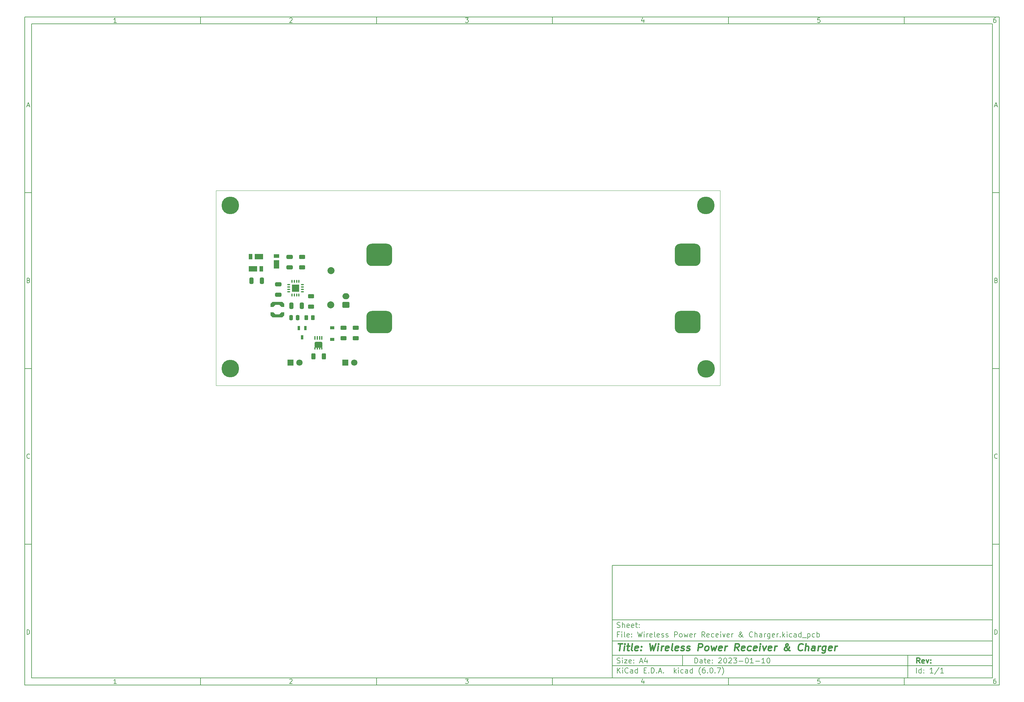
<source format=gbr>
%TF.GenerationSoftware,KiCad,Pcbnew,(6.0.7)*%
%TF.CreationDate,2023-01-12T19:29:26+03:00*%
%TF.ProjectId,Wireless Power Receiver & Charger,57697265-6c65-4737-9320-506f77657220,rev?*%
%TF.SameCoordinates,Original*%
%TF.FileFunction,Soldermask,Top*%
%TF.FilePolarity,Negative*%
%FSLAX46Y46*%
G04 Gerber Fmt 4.6, Leading zero omitted, Abs format (unit mm)*
G04 Created by KiCad (PCBNEW (6.0.7)) date 2023-01-12 19:29:26*
%MOMM*%
%LPD*%
G01*
G04 APERTURE LIST*
G04 Aperture macros list*
%AMRoundRect*
0 Rectangle with rounded corners*
0 $1 Rounding radius*
0 $2 $3 $4 $5 $6 $7 $8 $9 X,Y pos of 4 corners*
0 Add a 4 corners polygon primitive as box body*
4,1,4,$2,$3,$4,$5,$6,$7,$8,$9,$2,$3,0*
0 Add four circle primitives for the rounded corners*
1,1,$1+$1,$2,$3*
1,1,$1+$1,$4,$5*
1,1,$1+$1,$6,$7*
1,1,$1+$1,$8,$9*
0 Add four rect primitives between the rounded corners*
20,1,$1+$1,$2,$3,$4,$5,0*
20,1,$1+$1,$4,$5,$6,$7,0*
20,1,$1+$1,$6,$7,$8,$9,0*
20,1,$1+$1,$8,$9,$2,$3,0*%
%AMFreePoly0*
4,1,11,1.015000,1.170000,0.435000,0.575000,0.435000,-0.575000,1.015000,-1.170000,1.015000,-1.945000,0.125000,-1.945000,-0.435000,-1.395000,-0.435000,1.395000,0.125000,1.945000,1.015000,1.945000,1.015000,1.170000,1.015000,1.170000,$1*%
%AMFreePoly1*
4,1,11,0.435000,1.395000,0.435000,-1.395000,-0.125000,-1.945000,-1.015000,-1.945000,-1.015000,-1.170000,-0.435000,-0.575000,-0.435000,0.575000,-1.015000,1.170000,-1.015000,1.945000,-0.125000,1.945000,0.435000,1.395000,0.435000,1.395000,$1*%
G04 Aperture macros list end*
%ADD10C,0.100000*%
%ADD11C,0.150000*%
%ADD12C,0.300000*%
%ADD13C,0.400000*%
%TA.AperFunction,Profile*%
%ADD14C,0.100000*%
%TD*%
%ADD15R,2.400000X1.500000*%
%ADD16R,1.050000X1.500000*%
%ADD17RoundRect,0.250000X-0.650000X0.325000X-0.650000X-0.325000X0.650000X-0.325000X0.650000X0.325000X0*%
%ADD18C,0.800000*%
%ADD19C,5.000000*%
%ADD20RoundRect,0.250000X0.312500X0.625000X-0.312500X0.625000X-0.312500X-0.625000X0.312500X-0.625000X0*%
%ADD21R,1.800000X1.800000*%
%ADD22C,1.800000*%
%ADD23RoundRect,0.075000X-0.350000X-0.075000X0.350000X-0.075000X0.350000X0.075000X-0.350000X0.075000X0*%
%ADD24RoundRect,0.075000X-0.075000X-0.350000X0.075000X-0.350000X0.075000X0.350000X-0.075000X0.350000X0*%
%ADD25R,2.100000X2.100000*%
%ADD26R,0.650000X1.220000*%
%ADD27RoundRect,0.250000X-0.625000X0.312500X-0.625000X-0.312500X0.625000X-0.312500X0.625000X0.312500X0*%
%ADD28FreePoly0,270.000000*%
%ADD29FreePoly1,270.000000*%
%ADD30R,1.500000X2.400000*%
%ADD31R,1.500000X1.050000*%
%ADD32RoundRect,0.250000X0.650000X-0.325000X0.650000X0.325000X-0.650000X0.325000X-0.650000X-0.325000X0*%
%ADD33RoundRect,0.250000X0.325000X0.650000X-0.325000X0.650000X-0.325000X-0.650000X0.325000X-0.650000X0*%
%ADD34RoundRect,0.250000X0.625000X-0.312500X0.625000X0.312500X-0.625000X0.312500X-0.625000X-0.312500X0*%
%ADD35RoundRect,1.587500X-2.082500X-1.587500X2.082500X-1.587500X2.082500X1.587500X-2.082500X1.587500X0*%
%ADD36RoundRect,0.250000X0.262500X0.450000X-0.262500X0.450000X-0.262500X-0.450000X0.262500X-0.450000X0*%
%ADD37RoundRect,0.250000X0.750000X-0.600000X0.750000X0.600000X-0.750000X0.600000X-0.750000X-0.600000X0*%
%ADD38O,2.000000X1.700000*%
%ADD39RoundRect,0.250000X-0.325000X-0.650000X0.325000X-0.650000X0.325000X0.650000X-0.325000X0.650000X0*%
%ADD40R,1.200000X0.900000*%
%ADD41RoundRect,0.250000X-0.250000X-0.475000X0.250000X-0.475000X0.250000X0.475000X-0.250000X0.475000X0*%
%ADD42RoundRect,0.101250X-0.101250X0.393750X-0.101250X-0.393750X0.101250X-0.393750X0.101250X0.393750X0*%
%ADD43RoundRect,0.101250X-0.101250X0.278750X-0.101250X-0.278750X0.101250X-0.278750X0.101250X0.278750X0*%
%ADD44RoundRect,0.431250X-0.686250X0.431250X-0.686250X-0.431250X0.686250X-0.431250X0.686250X0.431250X0*%
%ADD45C,2.000000*%
G04 APERTURE END LIST*
D10*
D11*
X177002200Y-166007200D02*
X177002200Y-198007200D01*
X285002200Y-198007200D01*
X285002200Y-166007200D01*
X177002200Y-166007200D01*
D10*
D11*
X10000000Y-10000000D02*
X10000000Y-200007200D01*
X287002200Y-200007200D01*
X287002200Y-10000000D01*
X10000000Y-10000000D01*
D10*
D11*
X12000000Y-12000000D02*
X12000000Y-198007200D01*
X285002200Y-198007200D01*
X285002200Y-12000000D01*
X12000000Y-12000000D01*
D10*
D11*
X60000000Y-12000000D02*
X60000000Y-10000000D01*
D10*
D11*
X110000000Y-12000000D02*
X110000000Y-10000000D01*
D10*
D11*
X160000000Y-12000000D02*
X160000000Y-10000000D01*
D10*
D11*
X210000000Y-12000000D02*
X210000000Y-10000000D01*
D10*
D11*
X260000000Y-12000000D02*
X260000000Y-10000000D01*
D10*
D11*
X36065476Y-11588095D02*
X35322619Y-11588095D01*
X35694047Y-11588095D02*
X35694047Y-10288095D01*
X35570238Y-10473809D01*
X35446428Y-10597619D01*
X35322619Y-10659523D01*
D10*
D11*
X85322619Y-10411904D02*
X85384523Y-10350000D01*
X85508333Y-10288095D01*
X85817857Y-10288095D01*
X85941666Y-10350000D01*
X86003571Y-10411904D01*
X86065476Y-10535714D01*
X86065476Y-10659523D01*
X86003571Y-10845238D01*
X85260714Y-11588095D01*
X86065476Y-11588095D01*
D10*
D11*
X135260714Y-10288095D02*
X136065476Y-10288095D01*
X135632142Y-10783333D01*
X135817857Y-10783333D01*
X135941666Y-10845238D01*
X136003571Y-10907142D01*
X136065476Y-11030952D01*
X136065476Y-11340476D01*
X136003571Y-11464285D01*
X135941666Y-11526190D01*
X135817857Y-11588095D01*
X135446428Y-11588095D01*
X135322619Y-11526190D01*
X135260714Y-11464285D01*
D10*
D11*
X185941666Y-10721428D02*
X185941666Y-11588095D01*
X185632142Y-10226190D02*
X185322619Y-11154761D01*
X186127380Y-11154761D01*
D10*
D11*
X236003571Y-10288095D02*
X235384523Y-10288095D01*
X235322619Y-10907142D01*
X235384523Y-10845238D01*
X235508333Y-10783333D01*
X235817857Y-10783333D01*
X235941666Y-10845238D01*
X236003571Y-10907142D01*
X236065476Y-11030952D01*
X236065476Y-11340476D01*
X236003571Y-11464285D01*
X235941666Y-11526190D01*
X235817857Y-11588095D01*
X235508333Y-11588095D01*
X235384523Y-11526190D01*
X235322619Y-11464285D01*
D10*
D11*
X285941666Y-10288095D02*
X285694047Y-10288095D01*
X285570238Y-10350000D01*
X285508333Y-10411904D01*
X285384523Y-10597619D01*
X285322619Y-10845238D01*
X285322619Y-11340476D01*
X285384523Y-11464285D01*
X285446428Y-11526190D01*
X285570238Y-11588095D01*
X285817857Y-11588095D01*
X285941666Y-11526190D01*
X286003571Y-11464285D01*
X286065476Y-11340476D01*
X286065476Y-11030952D01*
X286003571Y-10907142D01*
X285941666Y-10845238D01*
X285817857Y-10783333D01*
X285570238Y-10783333D01*
X285446428Y-10845238D01*
X285384523Y-10907142D01*
X285322619Y-11030952D01*
D10*
D11*
X60000000Y-198007200D02*
X60000000Y-200007200D01*
D10*
D11*
X110000000Y-198007200D02*
X110000000Y-200007200D01*
D10*
D11*
X160000000Y-198007200D02*
X160000000Y-200007200D01*
D10*
D11*
X210000000Y-198007200D02*
X210000000Y-200007200D01*
D10*
D11*
X260000000Y-198007200D02*
X260000000Y-200007200D01*
D10*
D11*
X36065476Y-199595295D02*
X35322619Y-199595295D01*
X35694047Y-199595295D02*
X35694047Y-198295295D01*
X35570238Y-198481009D01*
X35446428Y-198604819D01*
X35322619Y-198666723D01*
D10*
D11*
X85322619Y-198419104D02*
X85384523Y-198357200D01*
X85508333Y-198295295D01*
X85817857Y-198295295D01*
X85941666Y-198357200D01*
X86003571Y-198419104D01*
X86065476Y-198542914D01*
X86065476Y-198666723D01*
X86003571Y-198852438D01*
X85260714Y-199595295D01*
X86065476Y-199595295D01*
D10*
D11*
X135260714Y-198295295D02*
X136065476Y-198295295D01*
X135632142Y-198790533D01*
X135817857Y-198790533D01*
X135941666Y-198852438D01*
X136003571Y-198914342D01*
X136065476Y-199038152D01*
X136065476Y-199347676D01*
X136003571Y-199471485D01*
X135941666Y-199533390D01*
X135817857Y-199595295D01*
X135446428Y-199595295D01*
X135322619Y-199533390D01*
X135260714Y-199471485D01*
D10*
D11*
X185941666Y-198728628D02*
X185941666Y-199595295D01*
X185632142Y-198233390D02*
X185322619Y-199161961D01*
X186127380Y-199161961D01*
D10*
D11*
X236003571Y-198295295D02*
X235384523Y-198295295D01*
X235322619Y-198914342D01*
X235384523Y-198852438D01*
X235508333Y-198790533D01*
X235817857Y-198790533D01*
X235941666Y-198852438D01*
X236003571Y-198914342D01*
X236065476Y-199038152D01*
X236065476Y-199347676D01*
X236003571Y-199471485D01*
X235941666Y-199533390D01*
X235817857Y-199595295D01*
X235508333Y-199595295D01*
X235384523Y-199533390D01*
X235322619Y-199471485D01*
D10*
D11*
X285941666Y-198295295D02*
X285694047Y-198295295D01*
X285570238Y-198357200D01*
X285508333Y-198419104D01*
X285384523Y-198604819D01*
X285322619Y-198852438D01*
X285322619Y-199347676D01*
X285384523Y-199471485D01*
X285446428Y-199533390D01*
X285570238Y-199595295D01*
X285817857Y-199595295D01*
X285941666Y-199533390D01*
X286003571Y-199471485D01*
X286065476Y-199347676D01*
X286065476Y-199038152D01*
X286003571Y-198914342D01*
X285941666Y-198852438D01*
X285817857Y-198790533D01*
X285570238Y-198790533D01*
X285446428Y-198852438D01*
X285384523Y-198914342D01*
X285322619Y-199038152D01*
D10*
D11*
X10000000Y-60000000D02*
X12000000Y-60000000D01*
D10*
D11*
X10000000Y-110000000D02*
X12000000Y-110000000D01*
D10*
D11*
X10000000Y-160000000D02*
X12000000Y-160000000D01*
D10*
D11*
X10690476Y-35216666D02*
X11309523Y-35216666D01*
X10566666Y-35588095D02*
X11000000Y-34288095D01*
X11433333Y-35588095D01*
D10*
D11*
X11092857Y-84907142D02*
X11278571Y-84969047D01*
X11340476Y-85030952D01*
X11402380Y-85154761D01*
X11402380Y-85340476D01*
X11340476Y-85464285D01*
X11278571Y-85526190D01*
X11154761Y-85588095D01*
X10659523Y-85588095D01*
X10659523Y-84288095D01*
X11092857Y-84288095D01*
X11216666Y-84350000D01*
X11278571Y-84411904D01*
X11340476Y-84535714D01*
X11340476Y-84659523D01*
X11278571Y-84783333D01*
X11216666Y-84845238D01*
X11092857Y-84907142D01*
X10659523Y-84907142D01*
D10*
D11*
X11402380Y-135464285D02*
X11340476Y-135526190D01*
X11154761Y-135588095D01*
X11030952Y-135588095D01*
X10845238Y-135526190D01*
X10721428Y-135402380D01*
X10659523Y-135278571D01*
X10597619Y-135030952D01*
X10597619Y-134845238D01*
X10659523Y-134597619D01*
X10721428Y-134473809D01*
X10845238Y-134350000D01*
X11030952Y-134288095D01*
X11154761Y-134288095D01*
X11340476Y-134350000D01*
X11402380Y-134411904D01*
D10*
D11*
X10659523Y-185588095D02*
X10659523Y-184288095D01*
X10969047Y-184288095D01*
X11154761Y-184350000D01*
X11278571Y-184473809D01*
X11340476Y-184597619D01*
X11402380Y-184845238D01*
X11402380Y-185030952D01*
X11340476Y-185278571D01*
X11278571Y-185402380D01*
X11154761Y-185526190D01*
X10969047Y-185588095D01*
X10659523Y-185588095D01*
D10*
D11*
X287002200Y-60000000D02*
X285002200Y-60000000D01*
D10*
D11*
X287002200Y-110000000D02*
X285002200Y-110000000D01*
D10*
D11*
X287002200Y-160000000D02*
X285002200Y-160000000D01*
D10*
D11*
X285692676Y-35216666D02*
X286311723Y-35216666D01*
X285568866Y-35588095D02*
X286002200Y-34288095D01*
X286435533Y-35588095D01*
D10*
D11*
X286095057Y-84907142D02*
X286280771Y-84969047D01*
X286342676Y-85030952D01*
X286404580Y-85154761D01*
X286404580Y-85340476D01*
X286342676Y-85464285D01*
X286280771Y-85526190D01*
X286156961Y-85588095D01*
X285661723Y-85588095D01*
X285661723Y-84288095D01*
X286095057Y-84288095D01*
X286218866Y-84350000D01*
X286280771Y-84411904D01*
X286342676Y-84535714D01*
X286342676Y-84659523D01*
X286280771Y-84783333D01*
X286218866Y-84845238D01*
X286095057Y-84907142D01*
X285661723Y-84907142D01*
D10*
D11*
X286404580Y-135464285D02*
X286342676Y-135526190D01*
X286156961Y-135588095D01*
X286033152Y-135588095D01*
X285847438Y-135526190D01*
X285723628Y-135402380D01*
X285661723Y-135278571D01*
X285599819Y-135030952D01*
X285599819Y-134845238D01*
X285661723Y-134597619D01*
X285723628Y-134473809D01*
X285847438Y-134350000D01*
X286033152Y-134288095D01*
X286156961Y-134288095D01*
X286342676Y-134350000D01*
X286404580Y-134411904D01*
D10*
D11*
X285661723Y-185588095D02*
X285661723Y-184288095D01*
X285971247Y-184288095D01*
X286156961Y-184350000D01*
X286280771Y-184473809D01*
X286342676Y-184597619D01*
X286404580Y-184845238D01*
X286404580Y-185030952D01*
X286342676Y-185278571D01*
X286280771Y-185402380D01*
X286156961Y-185526190D01*
X285971247Y-185588095D01*
X285661723Y-185588095D01*
D10*
D11*
X200434342Y-193785771D02*
X200434342Y-192285771D01*
X200791485Y-192285771D01*
X201005771Y-192357200D01*
X201148628Y-192500057D01*
X201220057Y-192642914D01*
X201291485Y-192928628D01*
X201291485Y-193142914D01*
X201220057Y-193428628D01*
X201148628Y-193571485D01*
X201005771Y-193714342D01*
X200791485Y-193785771D01*
X200434342Y-193785771D01*
X202577200Y-193785771D02*
X202577200Y-193000057D01*
X202505771Y-192857200D01*
X202362914Y-192785771D01*
X202077200Y-192785771D01*
X201934342Y-192857200D01*
X202577200Y-193714342D02*
X202434342Y-193785771D01*
X202077200Y-193785771D01*
X201934342Y-193714342D01*
X201862914Y-193571485D01*
X201862914Y-193428628D01*
X201934342Y-193285771D01*
X202077200Y-193214342D01*
X202434342Y-193214342D01*
X202577200Y-193142914D01*
X203077200Y-192785771D02*
X203648628Y-192785771D01*
X203291485Y-192285771D02*
X203291485Y-193571485D01*
X203362914Y-193714342D01*
X203505771Y-193785771D01*
X203648628Y-193785771D01*
X204720057Y-193714342D02*
X204577200Y-193785771D01*
X204291485Y-193785771D01*
X204148628Y-193714342D01*
X204077200Y-193571485D01*
X204077200Y-193000057D01*
X204148628Y-192857200D01*
X204291485Y-192785771D01*
X204577200Y-192785771D01*
X204720057Y-192857200D01*
X204791485Y-193000057D01*
X204791485Y-193142914D01*
X204077200Y-193285771D01*
X205434342Y-193642914D02*
X205505771Y-193714342D01*
X205434342Y-193785771D01*
X205362914Y-193714342D01*
X205434342Y-193642914D01*
X205434342Y-193785771D01*
X205434342Y-192857200D02*
X205505771Y-192928628D01*
X205434342Y-193000057D01*
X205362914Y-192928628D01*
X205434342Y-192857200D01*
X205434342Y-193000057D01*
X207220057Y-192428628D02*
X207291485Y-192357200D01*
X207434342Y-192285771D01*
X207791485Y-192285771D01*
X207934342Y-192357200D01*
X208005771Y-192428628D01*
X208077200Y-192571485D01*
X208077200Y-192714342D01*
X208005771Y-192928628D01*
X207148628Y-193785771D01*
X208077200Y-193785771D01*
X209005771Y-192285771D02*
X209148628Y-192285771D01*
X209291485Y-192357200D01*
X209362914Y-192428628D01*
X209434342Y-192571485D01*
X209505771Y-192857200D01*
X209505771Y-193214342D01*
X209434342Y-193500057D01*
X209362914Y-193642914D01*
X209291485Y-193714342D01*
X209148628Y-193785771D01*
X209005771Y-193785771D01*
X208862914Y-193714342D01*
X208791485Y-193642914D01*
X208720057Y-193500057D01*
X208648628Y-193214342D01*
X208648628Y-192857200D01*
X208720057Y-192571485D01*
X208791485Y-192428628D01*
X208862914Y-192357200D01*
X209005771Y-192285771D01*
X210077200Y-192428628D02*
X210148628Y-192357200D01*
X210291485Y-192285771D01*
X210648628Y-192285771D01*
X210791485Y-192357200D01*
X210862914Y-192428628D01*
X210934342Y-192571485D01*
X210934342Y-192714342D01*
X210862914Y-192928628D01*
X210005771Y-193785771D01*
X210934342Y-193785771D01*
X211434342Y-192285771D02*
X212362914Y-192285771D01*
X211862914Y-192857200D01*
X212077200Y-192857200D01*
X212220057Y-192928628D01*
X212291485Y-193000057D01*
X212362914Y-193142914D01*
X212362914Y-193500057D01*
X212291485Y-193642914D01*
X212220057Y-193714342D01*
X212077200Y-193785771D01*
X211648628Y-193785771D01*
X211505771Y-193714342D01*
X211434342Y-193642914D01*
X213005771Y-193214342D02*
X214148628Y-193214342D01*
X215148628Y-192285771D02*
X215291485Y-192285771D01*
X215434342Y-192357200D01*
X215505771Y-192428628D01*
X215577200Y-192571485D01*
X215648628Y-192857200D01*
X215648628Y-193214342D01*
X215577200Y-193500057D01*
X215505771Y-193642914D01*
X215434342Y-193714342D01*
X215291485Y-193785771D01*
X215148628Y-193785771D01*
X215005771Y-193714342D01*
X214934342Y-193642914D01*
X214862914Y-193500057D01*
X214791485Y-193214342D01*
X214791485Y-192857200D01*
X214862914Y-192571485D01*
X214934342Y-192428628D01*
X215005771Y-192357200D01*
X215148628Y-192285771D01*
X217077200Y-193785771D02*
X216220057Y-193785771D01*
X216648628Y-193785771D02*
X216648628Y-192285771D01*
X216505771Y-192500057D01*
X216362914Y-192642914D01*
X216220057Y-192714342D01*
X217720057Y-193214342D02*
X218862914Y-193214342D01*
X220362914Y-193785771D02*
X219505771Y-193785771D01*
X219934342Y-193785771D02*
X219934342Y-192285771D01*
X219791485Y-192500057D01*
X219648628Y-192642914D01*
X219505771Y-192714342D01*
X221291485Y-192285771D02*
X221434342Y-192285771D01*
X221577200Y-192357200D01*
X221648628Y-192428628D01*
X221720057Y-192571485D01*
X221791485Y-192857200D01*
X221791485Y-193214342D01*
X221720057Y-193500057D01*
X221648628Y-193642914D01*
X221577200Y-193714342D01*
X221434342Y-193785771D01*
X221291485Y-193785771D01*
X221148628Y-193714342D01*
X221077200Y-193642914D01*
X221005771Y-193500057D01*
X220934342Y-193214342D01*
X220934342Y-192857200D01*
X221005771Y-192571485D01*
X221077200Y-192428628D01*
X221148628Y-192357200D01*
X221291485Y-192285771D01*
D10*
D11*
X177002200Y-194507200D02*
X285002200Y-194507200D01*
D10*
D11*
X178434342Y-196585771D02*
X178434342Y-195085771D01*
X179291485Y-196585771D02*
X178648628Y-195728628D01*
X179291485Y-195085771D02*
X178434342Y-195942914D01*
X179934342Y-196585771D02*
X179934342Y-195585771D01*
X179934342Y-195085771D02*
X179862914Y-195157200D01*
X179934342Y-195228628D01*
X180005771Y-195157200D01*
X179934342Y-195085771D01*
X179934342Y-195228628D01*
X181505771Y-196442914D02*
X181434342Y-196514342D01*
X181220057Y-196585771D01*
X181077200Y-196585771D01*
X180862914Y-196514342D01*
X180720057Y-196371485D01*
X180648628Y-196228628D01*
X180577200Y-195942914D01*
X180577200Y-195728628D01*
X180648628Y-195442914D01*
X180720057Y-195300057D01*
X180862914Y-195157200D01*
X181077200Y-195085771D01*
X181220057Y-195085771D01*
X181434342Y-195157200D01*
X181505771Y-195228628D01*
X182791485Y-196585771D02*
X182791485Y-195800057D01*
X182720057Y-195657200D01*
X182577200Y-195585771D01*
X182291485Y-195585771D01*
X182148628Y-195657200D01*
X182791485Y-196514342D02*
X182648628Y-196585771D01*
X182291485Y-196585771D01*
X182148628Y-196514342D01*
X182077200Y-196371485D01*
X182077200Y-196228628D01*
X182148628Y-196085771D01*
X182291485Y-196014342D01*
X182648628Y-196014342D01*
X182791485Y-195942914D01*
X184148628Y-196585771D02*
X184148628Y-195085771D01*
X184148628Y-196514342D02*
X184005771Y-196585771D01*
X183720057Y-196585771D01*
X183577200Y-196514342D01*
X183505771Y-196442914D01*
X183434342Y-196300057D01*
X183434342Y-195871485D01*
X183505771Y-195728628D01*
X183577200Y-195657200D01*
X183720057Y-195585771D01*
X184005771Y-195585771D01*
X184148628Y-195657200D01*
X186005771Y-195800057D02*
X186505771Y-195800057D01*
X186720057Y-196585771D02*
X186005771Y-196585771D01*
X186005771Y-195085771D01*
X186720057Y-195085771D01*
X187362914Y-196442914D02*
X187434342Y-196514342D01*
X187362914Y-196585771D01*
X187291485Y-196514342D01*
X187362914Y-196442914D01*
X187362914Y-196585771D01*
X188077200Y-196585771D02*
X188077200Y-195085771D01*
X188434342Y-195085771D01*
X188648628Y-195157200D01*
X188791485Y-195300057D01*
X188862914Y-195442914D01*
X188934342Y-195728628D01*
X188934342Y-195942914D01*
X188862914Y-196228628D01*
X188791485Y-196371485D01*
X188648628Y-196514342D01*
X188434342Y-196585771D01*
X188077200Y-196585771D01*
X189577200Y-196442914D02*
X189648628Y-196514342D01*
X189577200Y-196585771D01*
X189505771Y-196514342D01*
X189577200Y-196442914D01*
X189577200Y-196585771D01*
X190220057Y-196157200D02*
X190934342Y-196157200D01*
X190077200Y-196585771D02*
X190577200Y-195085771D01*
X191077200Y-196585771D01*
X191577200Y-196442914D02*
X191648628Y-196514342D01*
X191577200Y-196585771D01*
X191505771Y-196514342D01*
X191577200Y-196442914D01*
X191577200Y-196585771D01*
X194577200Y-196585771D02*
X194577200Y-195085771D01*
X194720057Y-196014342D02*
X195148628Y-196585771D01*
X195148628Y-195585771D02*
X194577200Y-196157200D01*
X195791485Y-196585771D02*
X195791485Y-195585771D01*
X195791485Y-195085771D02*
X195720057Y-195157200D01*
X195791485Y-195228628D01*
X195862914Y-195157200D01*
X195791485Y-195085771D01*
X195791485Y-195228628D01*
X197148628Y-196514342D02*
X197005771Y-196585771D01*
X196720057Y-196585771D01*
X196577200Y-196514342D01*
X196505771Y-196442914D01*
X196434342Y-196300057D01*
X196434342Y-195871485D01*
X196505771Y-195728628D01*
X196577200Y-195657200D01*
X196720057Y-195585771D01*
X197005771Y-195585771D01*
X197148628Y-195657200D01*
X198434342Y-196585771D02*
X198434342Y-195800057D01*
X198362914Y-195657200D01*
X198220057Y-195585771D01*
X197934342Y-195585771D01*
X197791485Y-195657200D01*
X198434342Y-196514342D02*
X198291485Y-196585771D01*
X197934342Y-196585771D01*
X197791485Y-196514342D01*
X197720057Y-196371485D01*
X197720057Y-196228628D01*
X197791485Y-196085771D01*
X197934342Y-196014342D01*
X198291485Y-196014342D01*
X198434342Y-195942914D01*
X199791485Y-196585771D02*
X199791485Y-195085771D01*
X199791485Y-196514342D02*
X199648628Y-196585771D01*
X199362914Y-196585771D01*
X199220057Y-196514342D01*
X199148628Y-196442914D01*
X199077200Y-196300057D01*
X199077200Y-195871485D01*
X199148628Y-195728628D01*
X199220057Y-195657200D01*
X199362914Y-195585771D01*
X199648628Y-195585771D01*
X199791485Y-195657200D01*
X202077200Y-197157200D02*
X202005771Y-197085771D01*
X201862914Y-196871485D01*
X201791485Y-196728628D01*
X201720057Y-196514342D01*
X201648628Y-196157200D01*
X201648628Y-195871485D01*
X201720057Y-195514342D01*
X201791485Y-195300057D01*
X201862914Y-195157200D01*
X202005771Y-194942914D01*
X202077200Y-194871485D01*
X203291485Y-195085771D02*
X203005771Y-195085771D01*
X202862914Y-195157200D01*
X202791485Y-195228628D01*
X202648628Y-195442914D01*
X202577200Y-195728628D01*
X202577200Y-196300057D01*
X202648628Y-196442914D01*
X202720057Y-196514342D01*
X202862914Y-196585771D01*
X203148628Y-196585771D01*
X203291485Y-196514342D01*
X203362914Y-196442914D01*
X203434342Y-196300057D01*
X203434342Y-195942914D01*
X203362914Y-195800057D01*
X203291485Y-195728628D01*
X203148628Y-195657200D01*
X202862914Y-195657200D01*
X202720057Y-195728628D01*
X202648628Y-195800057D01*
X202577200Y-195942914D01*
X204077200Y-196442914D02*
X204148628Y-196514342D01*
X204077200Y-196585771D01*
X204005771Y-196514342D01*
X204077200Y-196442914D01*
X204077200Y-196585771D01*
X205077200Y-195085771D02*
X205220057Y-195085771D01*
X205362914Y-195157200D01*
X205434342Y-195228628D01*
X205505771Y-195371485D01*
X205577200Y-195657200D01*
X205577200Y-196014342D01*
X205505771Y-196300057D01*
X205434342Y-196442914D01*
X205362914Y-196514342D01*
X205220057Y-196585771D01*
X205077200Y-196585771D01*
X204934342Y-196514342D01*
X204862914Y-196442914D01*
X204791485Y-196300057D01*
X204720057Y-196014342D01*
X204720057Y-195657200D01*
X204791485Y-195371485D01*
X204862914Y-195228628D01*
X204934342Y-195157200D01*
X205077200Y-195085771D01*
X206220057Y-196442914D02*
X206291485Y-196514342D01*
X206220057Y-196585771D01*
X206148628Y-196514342D01*
X206220057Y-196442914D01*
X206220057Y-196585771D01*
X206791485Y-195085771D02*
X207791485Y-195085771D01*
X207148628Y-196585771D01*
X208220057Y-197157200D02*
X208291485Y-197085771D01*
X208434342Y-196871485D01*
X208505771Y-196728628D01*
X208577200Y-196514342D01*
X208648628Y-196157200D01*
X208648628Y-195871485D01*
X208577200Y-195514342D01*
X208505771Y-195300057D01*
X208434342Y-195157200D01*
X208291485Y-194942914D01*
X208220057Y-194871485D01*
D10*
D11*
X177002200Y-191507200D02*
X285002200Y-191507200D01*
D10*
D12*
X264411485Y-193785771D02*
X263911485Y-193071485D01*
X263554342Y-193785771D02*
X263554342Y-192285771D01*
X264125771Y-192285771D01*
X264268628Y-192357200D01*
X264340057Y-192428628D01*
X264411485Y-192571485D01*
X264411485Y-192785771D01*
X264340057Y-192928628D01*
X264268628Y-193000057D01*
X264125771Y-193071485D01*
X263554342Y-193071485D01*
X265625771Y-193714342D02*
X265482914Y-193785771D01*
X265197200Y-193785771D01*
X265054342Y-193714342D01*
X264982914Y-193571485D01*
X264982914Y-193000057D01*
X265054342Y-192857200D01*
X265197200Y-192785771D01*
X265482914Y-192785771D01*
X265625771Y-192857200D01*
X265697200Y-193000057D01*
X265697200Y-193142914D01*
X264982914Y-193285771D01*
X266197200Y-192785771D02*
X266554342Y-193785771D01*
X266911485Y-192785771D01*
X267482914Y-193642914D02*
X267554342Y-193714342D01*
X267482914Y-193785771D01*
X267411485Y-193714342D01*
X267482914Y-193642914D01*
X267482914Y-193785771D01*
X267482914Y-192857200D02*
X267554342Y-192928628D01*
X267482914Y-193000057D01*
X267411485Y-192928628D01*
X267482914Y-192857200D01*
X267482914Y-193000057D01*
D10*
D11*
X178362914Y-193714342D02*
X178577200Y-193785771D01*
X178934342Y-193785771D01*
X179077200Y-193714342D01*
X179148628Y-193642914D01*
X179220057Y-193500057D01*
X179220057Y-193357200D01*
X179148628Y-193214342D01*
X179077200Y-193142914D01*
X178934342Y-193071485D01*
X178648628Y-193000057D01*
X178505771Y-192928628D01*
X178434342Y-192857200D01*
X178362914Y-192714342D01*
X178362914Y-192571485D01*
X178434342Y-192428628D01*
X178505771Y-192357200D01*
X178648628Y-192285771D01*
X179005771Y-192285771D01*
X179220057Y-192357200D01*
X179862914Y-193785771D02*
X179862914Y-192785771D01*
X179862914Y-192285771D02*
X179791485Y-192357200D01*
X179862914Y-192428628D01*
X179934342Y-192357200D01*
X179862914Y-192285771D01*
X179862914Y-192428628D01*
X180434342Y-192785771D02*
X181220057Y-192785771D01*
X180434342Y-193785771D01*
X181220057Y-193785771D01*
X182362914Y-193714342D02*
X182220057Y-193785771D01*
X181934342Y-193785771D01*
X181791485Y-193714342D01*
X181720057Y-193571485D01*
X181720057Y-193000057D01*
X181791485Y-192857200D01*
X181934342Y-192785771D01*
X182220057Y-192785771D01*
X182362914Y-192857200D01*
X182434342Y-193000057D01*
X182434342Y-193142914D01*
X181720057Y-193285771D01*
X183077200Y-193642914D02*
X183148628Y-193714342D01*
X183077200Y-193785771D01*
X183005771Y-193714342D01*
X183077200Y-193642914D01*
X183077200Y-193785771D01*
X183077200Y-192857200D02*
X183148628Y-192928628D01*
X183077200Y-193000057D01*
X183005771Y-192928628D01*
X183077200Y-192857200D01*
X183077200Y-193000057D01*
X184862914Y-193357200D02*
X185577200Y-193357200D01*
X184720057Y-193785771D02*
X185220057Y-192285771D01*
X185720057Y-193785771D01*
X186862914Y-192785771D02*
X186862914Y-193785771D01*
X186505771Y-192214342D02*
X186148628Y-193285771D01*
X187077200Y-193285771D01*
D10*
D11*
X263434342Y-196585771D02*
X263434342Y-195085771D01*
X264791485Y-196585771D02*
X264791485Y-195085771D01*
X264791485Y-196514342D02*
X264648628Y-196585771D01*
X264362914Y-196585771D01*
X264220057Y-196514342D01*
X264148628Y-196442914D01*
X264077200Y-196300057D01*
X264077200Y-195871485D01*
X264148628Y-195728628D01*
X264220057Y-195657200D01*
X264362914Y-195585771D01*
X264648628Y-195585771D01*
X264791485Y-195657200D01*
X265505771Y-196442914D02*
X265577200Y-196514342D01*
X265505771Y-196585771D01*
X265434342Y-196514342D01*
X265505771Y-196442914D01*
X265505771Y-196585771D01*
X265505771Y-195657200D02*
X265577200Y-195728628D01*
X265505771Y-195800057D01*
X265434342Y-195728628D01*
X265505771Y-195657200D01*
X265505771Y-195800057D01*
X268148628Y-196585771D02*
X267291485Y-196585771D01*
X267720057Y-196585771D02*
X267720057Y-195085771D01*
X267577200Y-195300057D01*
X267434342Y-195442914D01*
X267291485Y-195514342D01*
X269862914Y-195014342D02*
X268577200Y-196942914D01*
X271148628Y-196585771D02*
X270291485Y-196585771D01*
X270720057Y-196585771D02*
X270720057Y-195085771D01*
X270577200Y-195300057D01*
X270434342Y-195442914D01*
X270291485Y-195514342D01*
D10*
D11*
X177002200Y-187507200D02*
X285002200Y-187507200D01*
D10*
D13*
X178714580Y-188211961D02*
X179857438Y-188211961D01*
X179036009Y-190211961D02*
X179286009Y-188211961D01*
X180274104Y-190211961D02*
X180440771Y-188878628D01*
X180524104Y-188211961D02*
X180416961Y-188307200D01*
X180500295Y-188402438D01*
X180607438Y-188307200D01*
X180524104Y-188211961D01*
X180500295Y-188402438D01*
X181107438Y-188878628D02*
X181869342Y-188878628D01*
X181476485Y-188211961D02*
X181262200Y-189926247D01*
X181333628Y-190116723D01*
X181512200Y-190211961D01*
X181702676Y-190211961D01*
X182655057Y-190211961D02*
X182476485Y-190116723D01*
X182405057Y-189926247D01*
X182619342Y-188211961D01*
X184190771Y-190116723D02*
X183988390Y-190211961D01*
X183607438Y-190211961D01*
X183428866Y-190116723D01*
X183357438Y-189926247D01*
X183452676Y-189164342D01*
X183571723Y-188973866D01*
X183774104Y-188878628D01*
X184155057Y-188878628D01*
X184333628Y-188973866D01*
X184405057Y-189164342D01*
X184381247Y-189354819D01*
X183405057Y-189545295D01*
X185155057Y-190021485D02*
X185238390Y-190116723D01*
X185131247Y-190211961D01*
X185047914Y-190116723D01*
X185155057Y-190021485D01*
X185131247Y-190211961D01*
X185286009Y-188973866D02*
X185369342Y-189069104D01*
X185262200Y-189164342D01*
X185178866Y-189069104D01*
X185286009Y-188973866D01*
X185262200Y-189164342D01*
X187666961Y-188211961D02*
X187893152Y-190211961D01*
X188452676Y-188783390D01*
X188655057Y-190211961D01*
X189381247Y-188211961D01*
X189893152Y-190211961D02*
X190059819Y-188878628D01*
X190143152Y-188211961D02*
X190036009Y-188307200D01*
X190119342Y-188402438D01*
X190226485Y-188307200D01*
X190143152Y-188211961D01*
X190119342Y-188402438D01*
X190845533Y-190211961D02*
X191012200Y-188878628D01*
X190964580Y-189259580D02*
X191083628Y-189069104D01*
X191190771Y-188973866D01*
X191393152Y-188878628D01*
X191583628Y-188878628D01*
X192857438Y-190116723D02*
X192655057Y-190211961D01*
X192274104Y-190211961D01*
X192095533Y-190116723D01*
X192024104Y-189926247D01*
X192119342Y-189164342D01*
X192238390Y-188973866D01*
X192440771Y-188878628D01*
X192821723Y-188878628D01*
X193000295Y-188973866D01*
X193071723Y-189164342D01*
X193047914Y-189354819D01*
X192071723Y-189545295D01*
X194083628Y-190211961D02*
X193905057Y-190116723D01*
X193833628Y-189926247D01*
X194047914Y-188211961D01*
X195619342Y-190116723D02*
X195416961Y-190211961D01*
X195036009Y-190211961D01*
X194857438Y-190116723D01*
X194786009Y-189926247D01*
X194881247Y-189164342D01*
X195000295Y-188973866D01*
X195202676Y-188878628D01*
X195583628Y-188878628D01*
X195762200Y-188973866D01*
X195833628Y-189164342D01*
X195809819Y-189354819D01*
X194833628Y-189545295D01*
X196476485Y-190116723D02*
X196655057Y-190211961D01*
X197036009Y-190211961D01*
X197238390Y-190116723D01*
X197357438Y-189926247D01*
X197369342Y-189831009D01*
X197297914Y-189640533D01*
X197119342Y-189545295D01*
X196833628Y-189545295D01*
X196655057Y-189450057D01*
X196583628Y-189259580D01*
X196595533Y-189164342D01*
X196714580Y-188973866D01*
X196916961Y-188878628D01*
X197202676Y-188878628D01*
X197381247Y-188973866D01*
X198095533Y-190116723D02*
X198274104Y-190211961D01*
X198655057Y-190211961D01*
X198857438Y-190116723D01*
X198976485Y-189926247D01*
X198988390Y-189831009D01*
X198916961Y-189640533D01*
X198738390Y-189545295D01*
X198452676Y-189545295D01*
X198274104Y-189450057D01*
X198202676Y-189259580D01*
X198214580Y-189164342D01*
X198333628Y-188973866D01*
X198536009Y-188878628D01*
X198821723Y-188878628D01*
X199000295Y-188973866D01*
X201321723Y-190211961D02*
X201571723Y-188211961D01*
X202333628Y-188211961D01*
X202512200Y-188307200D01*
X202595533Y-188402438D01*
X202666961Y-188592914D01*
X202631247Y-188878628D01*
X202512200Y-189069104D01*
X202405057Y-189164342D01*
X202202676Y-189259580D01*
X201440771Y-189259580D01*
X203607438Y-190211961D02*
X203428866Y-190116723D01*
X203345533Y-190021485D01*
X203274104Y-189831009D01*
X203345533Y-189259580D01*
X203464580Y-189069104D01*
X203571723Y-188973866D01*
X203774104Y-188878628D01*
X204059819Y-188878628D01*
X204238390Y-188973866D01*
X204321723Y-189069104D01*
X204393152Y-189259580D01*
X204321723Y-189831009D01*
X204202676Y-190021485D01*
X204095533Y-190116723D01*
X203893152Y-190211961D01*
X203607438Y-190211961D01*
X205107438Y-188878628D02*
X205321723Y-190211961D01*
X205821723Y-189259580D01*
X206083628Y-190211961D01*
X206631247Y-188878628D01*
X208000295Y-190116723D02*
X207797914Y-190211961D01*
X207416961Y-190211961D01*
X207238390Y-190116723D01*
X207166961Y-189926247D01*
X207262200Y-189164342D01*
X207381247Y-188973866D01*
X207583628Y-188878628D01*
X207964580Y-188878628D01*
X208143152Y-188973866D01*
X208214580Y-189164342D01*
X208190771Y-189354819D01*
X207214580Y-189545295D01*
X208940771Y-190211961D02*
X209107438Y-188878628D01*
X209059819Y-189259580D02*
X209178866Y-189069104D01*
X209286009Y-188973866D01*
X209488390Y-188878628D01*
X209678866Y-188878628D01*
X212845533Y-190211961D02*
X212297914Y-189259580D01*
X211702676Y-190211961D02*
X211952676Y-188211961D01*
X212714580Y-188211961D01*
X212893152Y-188307200D01*
X212976485Y-188402438D01*
X213047914Y-188592914D01*
X213012200Y-188878628D01*
X212893152Y-189069104D01*
X212786009Y-189164342D01*
X212583628Y-189259580D01*
X211821723Y-189259580D01*
X214476485Y-190116723D02*
X214274104Y-190211961D01*
X213893152Y-190211961D01*
X213714580Y-190116723D01*
X213643152Y-189926247D01*
X213738390Y-189164342D01*
X213857438Y-188973866D01*
X214059819Y-188878628D01*
X214440771Y-188878628D01*
X214619342Y-188973866D01*
X214690771Y-189164342D01*
X214666961Y-189354819D01*
X213690771Y-189545295D01*
X216286009Y-190116723D02*
X216083628Y-190211961D01*
X215702676Y-190211961D01*
X215524104Y-190116723D01*
X215440771Y-190021485D01*
X215369342Y-189831009D01*
X215440771Y-189259580D01*
X215559819Y-189069104D01*
X215666961Y-188973866D01*
X215869342Y-188878628D01*
X216250295Y-188878628D01*
X216428866Y-188973866D01*
X217905057Y-190116723D02*
X217702676Y-190211961D01*
X217321723Y-190211961D01*
X217143152Y-190116723D01*
X217071723Y-189926247D01*
X217166961Y-189164342D01*
X217286009Y-188973866D01*
X217488390Y-188878628D01*
X217869342Y-188878628D01*
X218047914Y-188973866D01*
X218119342Y-189164342D01*
X218095533Y-189354819D01*
X217119342Y-189545295D01*
X218845533Y-190211961D02*
X219012200Y-188878628D01*
X219095533Y-188211961D02*
X218988390Y-188307200D01*
X219071723Y-188402438D01*
X219178866Y-188307200D01*
X219095533Y-188211961D01*
X219071723Y-188402438D01*
X219774104Y-188878628D02*
X220083628Y-190211961D01*
X220726485Y-188878628D01*
X222095533Y-190116723D02*
X221893152Y-190211961D01*
X221512200Y-190211961D01*
X221333628Y-190116723D01*
X221262200Y-189926247D01*
X221357438Y-189164342D01*
X221476485Y-188973866D01*
X221678866Y-188878628D01*
X222059819Y-188878628D01*
X222238390Y-188973866D01*
X222309819Y-189164342D01*
X222286009Y-189354819D01*
X221309819Y-189545295D01*
X223036009Y-190211961D02*
X223202676Y-188878628D01*
X223155057Y-189259580D02*
X223274104Y-189069104D01*
X223381247Y-188973866D01*
X223583628Y-188878628D01*
X223774104Y-188878628D01*
X227416961Y-190211961D02*
X227321723Y-190211961D01*
X227143152Y-190116723D01*
X226893152Y-189831009D01*
X226488390Y-189259580D01*
X226333628Y-188973866D01*
X226274104Y-188688152D01*
X226297914Y-188497676D01*
X226416961Y-188307200D01*
X226619342Y-188211961D01*
X226714580Y-188211961D01*
X226893152Y-188307200D01*
X226964580Y-188497676D01*
X226952676Y-188592914D01*
X226833628Y-188783390D01*
X226726485Y-188878628D01*
X226107438Y-189259580D01*
X226000295Y-189354819D01*
X225881247Y-189545295D01*
X225845533Y-189831009D01*
X225916961Y-190021485D01*
X226000295Y-190116723D01*
X226178866Y-190211961D01*
X226464580Y-190211961D01*
X226666961Y-190116723D01*
X226774104Y-190021485D01*
X227107438Y-189640533D01*
X227238390Y-189354819D01*
X227262200Y-189164342D01*
X230964580Y-190021485D02*
X230857438Y-190116723D01*
X230559819Y-190211961D01*
X230369342Y-190211961D01*
X230095533Y-190116723D01*
X229928866Y-189926247D01*
X229857438Y-189735771D01*
X229809819Y-189354819D01*
X229845533Y-189069104D01*
X229988390Y-188688152D01*
X230107438Y-188497676D01*
X230321723Y-188307200D01*
X230619342Y-188211961D01*
X230809819Y-188211961D01*
X231083628Y-188307200D01*
X231166961Y-188402438D01*
X231797914Y-190211961D02*
X232047914Y-188211961D01*
X232655057Y-190211961D02*
X232786009Y-189164342D01*
X232714580Y-188973866D01*
X232536009Y-188878628D01*
X232250295Y-188878628D01*
X232047914Y-188973866D01*
X231940771Y-189069104D01*
X234464580Y-190211961D02*
X234595533Y-189164342D01*
X234524104Y-188973866D01*
X234345533Y-188878628D01*
X233964580Y-188878628D01*
X233762200Y-188973866D01*
X234476485Y-190116723D02*
X234274104Y-190211961D01*
X233797914Y-190211961D01*
X233619342Y-190116723D01*
X233547914Y-189926247D01*
X233571723Y-189735771D01*
X233690771Y-189545295D01*
X233893152Y-189450057D01*
X234369342Y-189450057D01*
X234571723Y-189354819D01*
X235416961Y-190211961D02*
X235583628Y-188878628D01*
X235536009Y-189259580D02*
X235655057Y-189069104D01*
X235762200Y-188973866D01*
X235964580Y-188878628D01*
X236155057Y-188878628D01*
X237678866Y-188878628D02*
X237476485Y-190497676D01*
X237357438Y-190688152D01*
X237250295Y-190783390D01*
X237047914Y-190878628D01*
X236762200Y-190878628D01*
X236583628Y-190783390D01*
X237524104Y-190116723D02*
X237321723Y-190211961D01*
X236940771Y-190211961D01*
X236762200Y-190116723D01*
X236678866Y-190021485D01*
X236607438Y-189831009D01*
X236678866Y-189259580D01*
X236797914Y-189069104D01*
X236905057Y-188973866D01*
X237107438Y-188878628D01*
X237488390Y-188878628D01*
X237666961Y-188973866D01*
X239238390Y-190116723D02*
X239036009Y-190211961D01*
X238655057Y-190211961D01*
X238476485Y-190116723D01*
X238405057Y-189926247D01*
X238500295Y-189164342D01*
X238619342Y-188973866D01*
X238821723Y-188878628D01*
X239202676Y-188878628D01*
X239381247Y-188973866D01*
X239452676Y-189164342D01*
X239428866Y-189354819D01*
X238452676Y-189545295D01*
X240178866Y-190211961D02*
X240345533Y-188878628D01*
X240297914Y-189259580D02*
X240416961Y-189069104D01*
X240524104Y-188973866D01*
X240726485Y-188878628D01*
X240916961Y-188878628D01*
D10*
D11*
X178934342Y-185600057D02*
X178434342Y-185600057D01*
X178434342Y-186385771D02*
X178434342Y-184885771D01*
X179148628Y-184885771D01*
X179720057Y-186385771D02*
X179720057Y-185385771D01*
X179720057Y-184885771D02*
X179648628Y-184957200D01*
X179720057Y-185028628D01*
X179791485Y-184957200D01*
X179720057Y-184885771D01*
X179720057Y-185028628D01*
X180648628Y-186385771D02*
X180505771Y-186314342D01*
X180434342Y-186171485D01*
X180434342Y-184885771D01*
X181791485Y-186314342D02*
X181648628Y-186385771D01*
X181362914Y-186385771D01*
X181220057Y-186314342D01*
X181148628Y-186171485D01*
X181148628Y-185600057D01*
X181220057Y-185457200D01*
X181362914Y-185385771D01*
X181648628Y-185385771D01*
X181791485Y-185457200D01*
X181862914Y-185600057D01*
X181862914Y-185742914D01*
X181148628Y-185885771D01*
X182505771Y-186242914D02*
X182577200Y-186314342D01*
X182505771Y-186385771D01*
X182434342Y-186314342D01*
X182505771Y-186242914D01*
X182505771Y-186385771D01*
X182505771Y-185457200D02*
X182577200Y-185528628D01*
X182505771Y-185600057D01*
X182434342Y-185528628D01*
X182505771Y-185457200D01*
X182505771Y-185600057D01*
X184220057Y-184885771D02*
X184577200Y-186385771D01*
X184862914Y-185314342D01*
X185148628Y-186385771D01*
X185505771Y-184885771D01*
X186077200Y-186385771D02*
X186077200Y-185385771D01*
X186077200Y-184885771D02*
X186005771Y-184957200D01*
X186077200Y-185028628D01*
X186148628Y-184957200D01*
X186077200Y-184885771D01*
X186077200Y-185028628D01*
X186791485Y-186385771D02*
X186791485Y-185385771D01*
X186791485Y-185671485D02*
X186862914Y-185528628D01*
X186934342Y-185457200D01*
X187077200Y-185385771D01*
X187220057Y-185385771D01*
X188291485Y-186314342D02*
X188148628Y-186385771D01*
X187862914Y-186385771D01*
X187720057Y-186314342D01*
X187648628Y-186171485D01*
X187648628Y-185600057D01*
X187720057Y-185457200D01*
X187862914Y-185385771D01*
X188148628Y-185385771D01*
X188291485Y-185457200D01*
X188362914Y-185600057D01*
X188362914Y-185742914D01*
X187648628Y-185885771D01*
X189220057Y-186385771D02*
X189077200Y-186314342D01*
X189005771Y-186171485D01*
X189005771Y-184885771D01*
X190362914Y-186314342D02*
X190220057Y-186385771D01*
X189934342Y-186385771D01*
X189791485Y-186314342D01*
X189720057Y-186171485D01*
X189720057Y-185600057D01*
X189791485Y-185457200D01*
X189934342Y-185385771D01*
X190220057Y-185385771D01*
X190362914Y-185457200D01*
X190434342Y-185600057D01*
X190434342Y-185742914D01*
X189720057Y-185885771D01*
X191005771Y-186314342D02*
X191148628Y-186385771D01*
X191434342Y-186385771D01*
X191577200Y-186314342D01*
X191648628Y-186171485D01*
X191648628Y-186100057D01*
X191577200Y-185957200D01*
X191434342Y-185885771D01*
X191220057Y-185885771D01*
X191077200Y-185814342D01*
X191005771Y-185671485D01*
X191005771Y-185600057D01*
X191077200Y-185457200D01*
X191220057Y-185385771D01*
X191434342Y-185385771D01*
X191577200Y-185457200D01*
X192220057Y-186314342D02*
X192362914Y-186385771D01*
X192648628Y-186385771D01*
X192791485Y-186314342D01*
X192862914Y-186171485D01*
X192862914Y-186100057D01*
X192791485Y-185957200D01*
X192648628Y-185885771D01*
X192434342Y-185885771D01*
X192291485Y-185814342D01*
X192220057Y-185671485D01*
X192220057Y-185600057D01*
X192291485Y-185457200D01*
X192434342Y-185385771D01*
X192648628Y-185385771D01*
X192791485Y-185457200D01*
X194648628Y-186385771D02*
X194648628Y-184885771D01*
X195220057Y-184885771D01*
X195362914Y-184957200D01*
X195434342Y-185028628D01*
X195505771Y-185171485D01*
X195505771Y-185385771D01*
X195434342Y-185528628D01*
X195362914Y-185600057D01*
X195220057Y-185671485D01*
X194648628Y-185671485D01*
X196362914Y-186385771D02*
X196220057Y-186314342D01*
X196148628Y-186242914D01*
X196077200Y-186100057D01*
X196077200Y-185671485D01*
X196148628Y-185528628D01*
X196220057Y-185457200D01*
X196362914Y-185385771D01*
X196577200Y-185385771D01*
X196720057Y-185457200D01*
X196791485Y-185528628D01*
X196862914Y-185671485D01*
X196862914Y-186100057D01*
X196791485Y-186242914D01*
X196720057Y-186314342D01*
X196577200Y-186385771D01*
X196362914Y-186385771D01*
X197362914Y-185385771D02*
X197648628Y-186385771D01*
X197934342Y-185671485D01*
X198220057Y-186385771D01*
X198505771Y-185385771D01*
X199648628Y-186314342D02*
X199505771Y-186385771D01*
X199220057Y-186385771D01*
X199077200Y-186314342D01*
X199005771Y-186171485D01*
X199005771Y-185600057D01*
X199077200Y-185457200D01*
X199220057Y-185385771D01*
X199505771Y-185385771D01*
X199648628Y-185457200D01*
X199720057Y-185600057D01*
X199720057Y-185742914D01*
X199005771Y-185885771D01*
X200362914Y-186385771D02*
X200362914Y-185385771D01*
X200362914Y-185671485D02*
X200434342Y-185528628D01*
X200505771Y-185457200D01*
X200648628Y-185385771D01*
X200791485Y-185385771D01*
X203291485Y-186385771D02*
X202791485Y-185671485D01*
X202434342Y-186385771D02*
X202434342Y-184885771D01*
X203005771Y-184885771D01*
X203148628Y-184957200D01*
X203220057Y-185028628D01*
X203291485Y-185171485D01*
X203291485Y-185385771D01*
X203220057Y-185528628D01*
X203148628Y-185600057D01*
X203005771Y-185671485D01*
X202434342Y-185671485D01*
X204505771Y-186314342D02*
X204362914Y-186385771D01*
X204077200Y-186385771D01*
X203934342Y-186314342D01*
X203862914Y-186171485D01*
X203862914Y-185600057D01*
X203934342Y-185457200D01*
X204077200Y-185385771D01*
X204362914Y-185385771D01*
X204505771Y-185457200D01*
X204577200Y-185600057D01*
X204577200Y-185742914D01*
X203862914Y-185885771D01*
X205862914Y-186314342D02*
X205720057Y-186385771D01*
X205434342Y-186385771D01*
X205291485Y-186314342D01*
X205220057Y-186242914D01*
X205148628Y-186100057D01*
X205148628Y-185671485D01*
X205220057Y-185528628D01*
X205291485Y-185457200D01*
X205434342Y-185385771D01*
X205720057Y-185385771D01*
X205862914Y-185457200D01*
X207077200Y-186314342D02*
X206934342Y-186385771D01*
X206648628Y-186385771D01*
X206505771Y-186314342D01*
X206434342Y-186171485D01*
X206434342Y-185600057D01*
X206505771Y-185457200D01*
X206648628Y-185385771D01*
X206934342Y-185385771D01*
X207077200Y-185457200D01*
X207148628Y-185600057D01*
X207148628Y-185742914D01*
X206434342Y-185885771D01*
X207791485Y-186385771D02*
X207791485Y-185385771D01*
X207791485Y-184885771D02*
X207720057Y-184957200D01*
X207791485Y-185028628D01*
X207862914Y-184957200D01*
X207791485Y-184885771D01*
X207791485Y-185028628D01*
X208362914Y-185385771D02*
X208720057Y-186385771D01*
X209077200Y-185385771D01*
X210220057Y-186314342D02*
X210077200Y-186385771D01*
X209791485Y-186385771D01*
X209648628Y-186314342D01*
X209577200Y-186171485D01*
X209577200Y-185600057D01*
X209648628Y-185457200D01*
X209791485Y-185385771D01*
X210077200Y-185385771D01*
X210220057Y-185457200D01*
X210291485Y-185600057D01*
X210291485Y-185742914D01*
X209577200Y-185885771D01*
X210934342Y-186385771D02*
X210934342Y-185385771D01*
X210934342Y-185671485D02*
X211005771Y-185528628D01*
X211077200Y-185457200D01*
X211220057Y-185385771D01*
X211362914Y-185385771D01*
X214220057Y-186385771D02*
X214148628Y-186385771D01*
X214005771Y-186314342D01*
X213791485Y-186100057D01*
X213434342Y-185671485D01*
X213291485Y-185457200D01*
X213220057Y-185242914D01*
X213220057Y-185100057D01*
X213291485Y-184957200D01*
X213434342Y-184885771D01*
X213505771Y-184885771D01*
X213648628Y-184957200D01*
X213720057Y-185100057D01*
X213720057Y-185171485D01*
X213648628Y-185314342D01*
X213577200Y-185385771D01*
X213148628Y-185671485D01*
X213077200Y-185742914D01*
X213005771Y-185885771D01*
X213005771Y-186100057D01*
X213077200Y-186242914D01*
X213148628Y-186314342D01*
X213291485Y-186385771D01*
X213505771Y-186385771D01*
X213648628Y-186314342D01*
X213720057Y-186242914D01*
X213934342Y-185957200D01*
X214005771Y-185742914D01*
X214005771Y-185600057D01*
X216862914Y-186242914D02*
X216791485Y-186314342D01*
X216577200Y-186385771D01*
X216434342Y-186385771D01*
X216220057Y-186314342D01*
X216077200Y-186171485D01*
X216005771Y-186028628D01*
X215934342Y-185742914D01*
X215934342Y-185528628D01*
X216005771Y-185242914D01*
X216077200Y-185100057D01*
X216220057Y-184957200D01*
X216434342Y-184885771D01*
X216577200Y-184885771D01*
X216791485Y-184957200D01*
X216862914Y-185028628D01*
X217505771Y-186385771D02*
X217505771Y-184885771D01*
X218148628Y-186385771D02*
X218148628Y-185600057D01*
X218077200Y-185457200D01*
X217934342Y-185385771D01*
X217720057Y-185385771D01*
X217577200Y-185457200D01*
X217505771Y-185528628D01*
X219505771Y-186385771D02*
X219505771Y-185600057D01*
X219434342Y-185457200D01*
X219291485Y-185385771D01*
X219005771Y-185385771D01*
X218862914Y-185457200D01*
X219505771Y-186314342D02*
X219362914Y-186385771D01*
X219005771Y-186385771D01*
X218862914Y-186314342D01*
X218791485Y-186171485D01*
X218791485Y-186028628D01*
X218862914Y-185885771D01*
X219005771Y-185814342D01*
X219362914Y-185814342D01*
X219505771Y-185742914D01*
X220220057Y-186385771D02*
X220220057Y-185385771D01*
X220220057Y-185671485D02*
X220291485Y-185528628D01*
X220362914Y-185457200D01*
X220505771Y-185385771D01*
X220648628Y-185385771D01*
X221791485Y-185385771D02*
X221791485Y-186600057D01*
X221720057Y-186742914D01*
X221648628Y-186814342D01*
X221505771Y-186885771D01*
X221291485Y-186885771D01*
X221148628Y-186814342D01*
X221791485Y-186314342D02*
X221648628Y-186385771D01*
X221362914Y-186385771D01*
X221220057Y-186314342D01*
X221148628Y-186242914D01*
X221077200Y-186100057D01*
X221077200Y-185671485D01*
X221148628Y-185528628D01*
X221220057Y-185457200D01*
X221362914Y-185385771D01*
X221648628Y-185385771D01*
X221791485Y-185457200D01*
X223077200Y-186314342D02*
X222934342Y-186385771D01*
X222648628Y-186385771D01*
X222505771Y-186314342D01*
X222434342Y-186171485D01*
X222434342Y-185600057D01*
X222505771Y-185457200D01*
X222648628Y-185385771D01*
X222934342Y-185385771D01*
X223077200Y-185457200D01*
X223148628Y-185600057D01*
X223148628Y-185742914D01*
X222434342Y-185885771D01*
X223791485Y-186385771D02*
X223791485Y-185385771D01*
X223791485Y-185671485D02*
X223862914Y-185528628D01*
X223934342Y-185457200D01*
X224077200Y-185385771D01*
X224220057Y-185385771D01*
X224720057Y-186242914D02*
X224791485Y-186314342D01*
X224720057Y-186385771D01*
X224648628Y-186314342D01*
X224720057Y-186242914D01*
X224720057Y-186385771D01*
X225434342Y-186385771D02*
X225434342Y-184885771D01*
X225577200Y-185814342D02*
X226005771Y-186385771D01*
X226005771Y-185385771D02*
X225434342Y-185957200D01*
X226648628Y-186385771D02*
X226648628Y-185385771D01*
X226648628Y-184885771D02*
X226577200Y-184957200D01*
X226648628Y-185028628D01*
X226720057Y-184957200D01*
X226648628Y-184885771D01*
X226648628Y-185028628D01*
X228005771Y-186314342D02*
X227862914Y-186385771D01*
X227577200Y-186385771D01*
X227434342Y-186314342D01*
X227362914Y-186242914D01*
X227291485Y-186100057D01*
X227291485Y-185671485D01*
X227362914Y-185528628D01*
X227434342Y-185457200D01*
X227577200Y-185385771D01*
X227862914Y-185385771D01*
X228005771Y-185457200D01*
X229291485Y-186385771D02*
X229291485Y-185600057D01*
X229220057Y-185457200D01*
X229077200Y-185385771D01*
X228791485Y-185385771D01*
X228648628Y-185457200D01*
X229291485Y-186314342D02*
X229148628Y-186385771D01*
X228791485Y-186385771D01*
X228648628Y-186314342D01*
X228577200Y-186171485D01*
X228577200Y-186028628D01*
X228648628Y-185885771D01*
X228791485Y-185814342D01*
X229148628Y-185814342D01*
X229291485Y-185742914D01*
X230648628Y-186385771D02*
X230648628Y-184885771D01*
X230648628Y-186314342D02*
X230505771Y-186385771D01*
X230220057Y-186385771D01*
X230077200Y-186314342D01*
X230005771Y-186242914D01*
X229934342Y-186100057D01*
X229934342Y-185671485D01*
X230005771Y-185528628D01*
X230077200Y-185457200D01*
X230220057Y-185385771D01*
X230505771Y-185385771D01*
X230648628Y-185457200D01*
X231005771Y-186528628D02*
X232148628Y-186528628D01*
X232505771Y-185385771D02*
X232505771Y-186885771D01*
X232505771Y-185457200D02*
X232648628Y-185385771D01*
X232934342Y-185385771D01*
X233077200Y-185457200D01*
X233148628Y-185528628D01*
X233220057Y-185671485D01*
X233220057Y-186100057D01*
X233148628Y-186242914D01*
X233077200Y-186314342D01*
X232934342Y-186385771D01*
X232648628Y-186385771D01*
X232505771Y-186314342D01*
X234505771Y-186314342D02*
X234362914Y-186385771D01*
X234077200Y-186385771D01*
X233934342Y-186314342D01*
X233862914Y-186242914D01*
X233791485Y-186100057D01*
X233791485Y-185671485D01*
X233862914Y-185528628D01*
X233934342Y-185457200D01*
X234077200Y-185385771D01*
X234362914Y-185385771D01*
X234505771Y-185457200D01*
X235148628Y-186385771D02*
X235148628Y-184885771D01*
X235148628Y-185457200D02*
X235291485Y-185385771D01*
X235577200Y-185385771D01*
X235720057Y-185457200D01*
X235791485Y-185528628D01*
X235862914Y-185671485D01*
X235862914Y-186100057D01*
X235791485Y-186242914D01*
X235720057Y-186314342D01*
X235577200Y-186385771D01*
X235291485Y-186385771D01*
X235148628Y-186314342D01*
D10*
D11*
X177002200Y-181507200D02*
X285002200Y-181507200D01*
D10*
D11*
X178362914Y-183614342D02*
X178577200Y-183685771D01*
X178934342Y-183685771D01*
X179077200Y-183614342D01*
X179148628Y-183542914D01*
X179220057Y-183400057D01*
X179220057Y-183257200D01*
X179148628Y-183114342D01*
X179077200Y-183042914D01*
X178934342Y-182971485D01*
X178648628Y-182900057D01*
X178505771Y-182828628D01*
X178434342Y-182757200D01*
X178362914Y-182614342D01*
X178362914Y-182471485D01*
X178434342Y-182328628D01*
X178505771Y-182257200D01*
X178648628Y-182185771D01*
X179005771Y-182185771D01*
X179220057Y-182257200D01*
X179862914Y-183685771D02*
X179862914Y-182185771D01*
X180505771Y-183685771D02*
X180505771Y-182900057D01*
X180434342Y-182757200D01*
X180291485Y-182685771D01*
X180077200Y-182685771D01*
X179934342Y-182757200D01*
X179862914Y-182828628D01*
X181791485Y-183614342D02*
X181648628Y-183685771D01*
X181362914Y-183685771D01*
X181220057Y-183614342D01*
X181148628Y-183471485D01*
X181148628Y-182900057D01*
X181220057Y-182757200D01*
X181362914Y-182685771D01*
X181648628Y-182685771D01*
X181791485Y-182757200D01*
X181862914Y-182900057D01*
X181862914Y-183042914D01*
X181148628Y-183185771D01*
X183077200Y-183614342D02*
X182934342Y-183685771D01*
X182648628Y-183685771D01*
X182505771Y-183614342D01*
X182434342Y-183471485D01*
X182434342Y-182900057D01*
X182505771Y-182757200D01*
X182648628Y-182685771D01*
X182934342Y-182685771D01*
X183077200Y-182757200D01*
X183148628Y-182900057D01*
X183148628Y-183042914D01*
X182434342Y-183185771D01*
X183577200Y-182685771D02*
X184148628Y-182685771D01*
X183791485Y-182185771D02*
X183791485Y-183471485D01*
X183862914Y-183614342D01*
X184005771Y-183685771D01*
X184148628Y-183685771D01*
X184648628Y-183542914D02*
X184720057Y-183614342D01*
X184648628Y-183685771D01*
X184577200Y-183614342D01*
X184648628Y-183542914D01*
X184648628Y-183685771D01*
X184648628Y-182757200D02*
X184720057Y-182828628D01*
X184648628Y-182900057D01*
X184577200Y-182828628D01*
X184648628Y-182757200D01*
X184648628Y-182900057D01*
D10*
D12*
D10*
D11*
D10*
D11*
D10*
D11*
D10*
D11*
D10*
D11*
X197002200Y-191507200D02*
X197002200Y-194507200D01*
D10*
D11*
X261002200Y-191507200D02*
X261002200Y-198007200D01*
D14*
X64375000Y-59400000D02*
X207600000Y-59400000D01*
X207600000Y-59400000D02*
X207600000Y-114825000D01*
X207600000Y-114825000D02*
X64375000Y-114825000D01*
X64375000Y-114825000D02*
X64375000Y-59400000D01*
D15*
%TO.C,D1*%
X74900000Y-81625000D03*
D16*
X77275000Y-81625000D03*
%TD*%
D17*
%TO.C,C3*%
X85300000Y-78255000D03*
X85300000Y-81205000D03*
%TD*%
D18*
%TO.C,H3*%
X204950825Y-111450825D03*
X203625000Y-108250000D03*
X201750000Y-110125000D03*
D19*
X203625000Y-110125000D03*
D18*
X204950825Y-108799175D03*
X202299175Y-108799175D03*
X205500000Y-110125000D03*
X203625000Y-112000000D03*
X202299175Y-111450825D03*
%TD*%
D20*
%TO.C,R4*%
X95012500Y-106550000D03*
X92087500Y-106550000D03*
%TD*%
D21*
%TO.C,D5*%
X85525000Y-108325000D03*
D22*
X88065000Y-108325000D03*
%TD*%
D23*
%TO.C,U1*%
X85025000Y-86175000D03*
X85025000Y-86825000D03*
X85025000Y-87475000D03*
X85025000Y-88125000D03*
D24*
X86000000Y-89100000D03*
X86650000Y-89100000D03*
X87300000Y-89100000D03*
X87950000Y-89100000D03*
D23*
X88925000Y-88125000D03*
X88925000Y-87475000D03*
X88925000Y-86825000D03*
X88925000Y-86175000D03*
D24*
X87950000Y-85200000D03*
X87300000Y-85200000D03*
X86650000Y-85200000D03*
X86000000Y-85200000D03*
D25*
X86975000Y-87150000D03*
%TD*%
D15*
%TO.C,D2*%
X76600000Y-78175000D03*
D16*
X74225000Y-78175000D03*
%TD*%
D26*
%TO.C,Q1*%
X89800000Y-98515000D03*
X87900000Y-98515000D03*
X88850000Y-101135000D03*
%TD*%
D27*
%TO.C,R2*%
X91400000Y-89437500D03*
X91400000Y-92362500D03*
%TD*%
D28*
%TO.C,L2*%
X81800000Y-91510000D03*
D29*
X81800000Y-95040000D03*
%TD*%
D30*
%TO.C,D3*%
X81600000Y-80380000D03*
D31*
X81600000Y-78005000D03*
%TD*%
D32*
%TO.C,C4*%
X82100000Y-89025000D03*
X82100000Y-86075000D03*
%TD*%
D18*
%TO.C,H2*%
X201700000Y-63625000D03*
X202249175Y-62299175D03*
X204900825Y-62299175D03*
X205450000Y-63625000D03*
X204900825Y-64950825D03*
X203575000Y-65500000D03*
X203575000Y-61750000D03*
D19*
X203575000Y-63625000D03*
D18*
X202249175Y-64950825D03*
%TD*%
%TO.C,H4*%
X70325000Y-110050000D03*
X69775825Y-108724175D03*
X67124175Y-108724175D03*
X66575000Y-110050000D03*
X68450000Y-111925000D03*
D19*
X68450000Y-110050000D03*
D18*
X68450000Y-108175000D03*
X67124175Y-111375825D03*
X69775825Y-111375825D03*
%TD*%
D33*
%TO.C,C1*%
X77425000Y-85025000D03*
X74475000Y-85025000D03*
%TD*%
D34*
%TO.C,R1*%
X88850000Y-81212500D03*
X88850000Y-78287500D03*
%TD*%
D35*
%TO.C,U2*%
X110800000Y-77695000D03*
X110800000Y-96805000D03*
X198400000Y-96805000D03*
X198400000Y-77695000D03*
%TD*%
D27*
%TO.C,R5*%
X100650000Y-98437500D03*
X100650000Y-101362500D03*
%TD*%
D36*
%TO.C,R3*%
X91887500Y-95525000D03*
X90062500Y-95525000D03*
%TD*%
D37*
%TO.C,J2*%
X101275000Y-91925000D03*
D38*
X101275000Y-89425000D03*
%TD*%
D21*
%TO.C,D6*%
X101125000Y-108325000D03*
D22*
X103665000Y-108325000D03*
%TD*%
D27*
%TO.C,R6*%
X104075000Y-98437500D03*
X104075000Y-101362500D03*
%TD*%
D18*
%TO.C,H1*%
X67124175Y-62249175D03*
X67124175Y-64900825D03*
X68450000Y-65450000D03*
X70325000Y-63575000D03*
X69775825Y-64900825D03*
X68450000Y-61700000D03*
X69775825Y-62249175D03*
X66575000Y-63575000D03*
D19*
X68450000Y-63575000D03*
%TD*%
D39*
%TO.C,C2*%
X85825000Y-92125000D03*
X88775000Y-92125000D03*
%TD*%
D40*
%TO.C,D4*%
X97400000Y-98425000D03*
X97400000Y-101725000D03*
%TD*%
D41*
%TO.C,C5*%
X85700000Y-95550000D03*
X87600000Y-95550000D03*
%TD*%
D42*
%TO.C,Q2*%
X92492500Y-101270000D03*
X93152500Y-101270000D03*
X93812500Y-101270000D03*
X94472500Y-101270000D03*
D43*
X94472500Y-104255000D03*
X93812500Y-104255000D03*
X93152500Y-104255000D03*
X92487500Y-104255000D03*
D44*
X93480000Y-103262500D03*
%TD*%
D45*
%TO.C,L1*%
X97075000Y-82150000D03*
X96975000Y-91850000D03*
%TD*%
M02*

</source>
